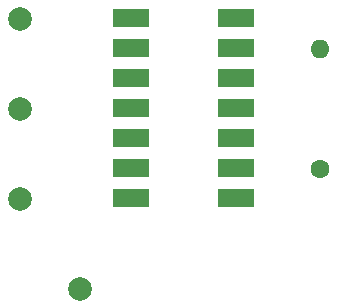
<source format=gbr>
%TF.GenerationSoftware,KiCad,Pcbnew,7.0.7*%
%TF.CreationDate,2023-08-20T03:56:39-07:00*%
%TF.ProjectId,Trial1,54726961-6c31-42e6-9b69-6361645f7063,rev?*%
%TF.SameCoordinates,Original*%
%TF.FileFunction,Soldermask,Top*%
%TF.FilePolarity,Negative*%
%FSLAX46Y46*%
G04 Gerber Fmt 4.6, Leading zero omitted, Abs format (unit mm)*
G04 Created by KiCad (PCBNEW 7.0.7) date 2023-08-20 03:56:39*
%MOMM*%
%LPD*%
G01*
G04 APERTURE LIST*
%ADD10R,3.100000X1.600000*%
%ADD11C,1.600000*%
%ADD12O,1.600000X1.600000*%
%ADD13C,2.000000*%
G04 APERTURE END LIST*
D10*
%TO.C,U1*%
X135175000Y-91370000D03*
X135175000Y-93910000D03*
X135175000Y-96450000D03*
X135175000Y-98990000D03*
X135175000Y-101530000D03*
X135175000Y-104070000D03*
X135175000Y-106610000D03*
X126285000Y-106610000D03*
X126285000Y-104070000D03*
X126285000Y-101530000D03*
X126285000Y-98990000D03*
X126285000Y-96450000D03*
X126285000Y-93910000D03*
X126285000Y-91370000D03*
%TD*%
D11*
%TO.C,R1*%
X142240000Y-104140000D03*
D12*
X142240000Y-93980000D03*
%TD*%
D13*
%TO.C,VEE1*%
X121920000Y-114300000D03*
%TD*%
%TO.C,VCC1*%
X116840000Y-106680000D03*
%TD*%
%TO.C,Output1*%
X116840000Y-99060000D03*
%TD*%
%TO.C,Input1*%
X116840000Y-91440000D03*
%TD*%
M02*

</source>
